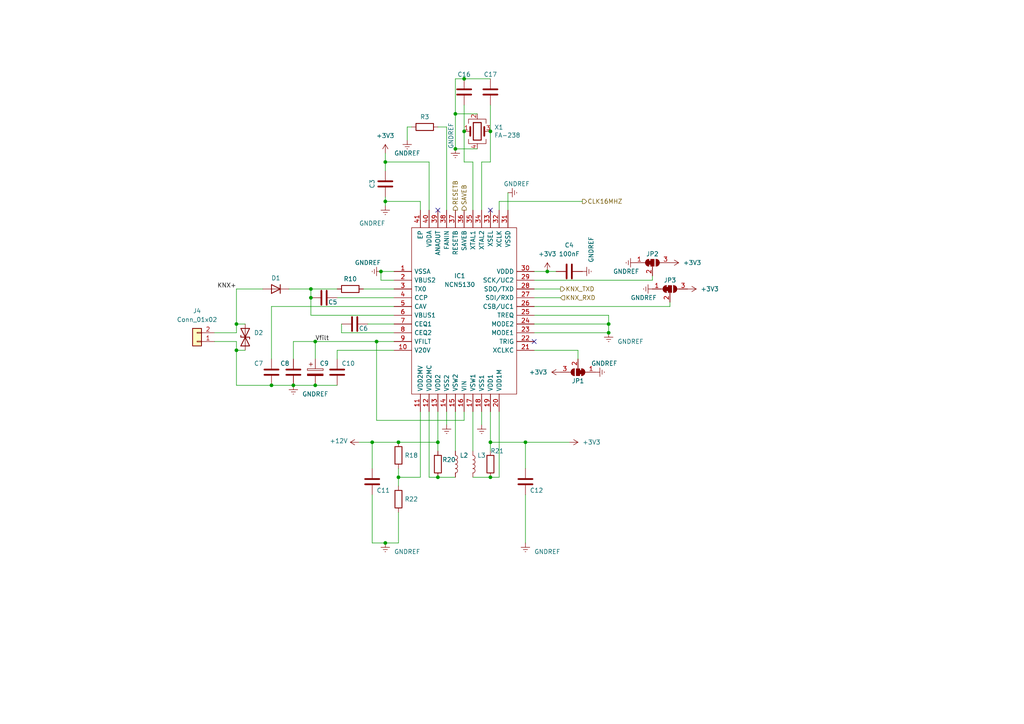
<source format=kicad_sch>
(kicad_sch (version 20211123) (generator eeschema)
  (paper "A4")
  (lib_symbols
    (symbol "Connector_Generic:Conn_01x02" (pin_names (offset 1.016) hide)
      (property "Reference" "J" (at 0 2.54 0))
      (property "Value" "Conn_01x02" (at 0 -5.08 0))
      (symbol "Conn_01x02_1_1"
        (rectangle (start -1.27 -2.413) (end 0 -2.667) (stroke (width 0.1524)))
        (rectangle (start -1.27 0.127) (end 0 -0.127) (stroke (width 0.1524)))
        (rectangle (start -1.27 1.27) (end 1.27 -3.81) (stroke (width 0.254)) (fill (type background)))
        (pin passive line (at -5.08 0 0) (length 3.81) (name "Pin_1") (number "1"))
        (pin passive line (at -5.08 -2.54 0) (length 3.81) (name "Pin_2") (number "2"))
      )
    )
    (symbol "Device:C" (pin_numbers hide) (pin_names (offset 0.254))
      (property "Reference" "C" (at 0.635 2.54 0))
      (property "Value" "C" (at 0.635 -2.54 0))
      (symbol "C_0_1"
        (polyline (pts (xy -2.032 -0.762) (xy 2.032 -0.762)) (stroke (width 0.508)))
        (polyline (pts (xy -2.032 0.762) (xy 2.032 0.762)) (stroke (width 0.508)))
      )
      (symbol "C_1_1"
        (pin passive line (at 0 3.81 270) (length 2.794) (name "~") (number "1"))
        (pin passive line (at 0 -3.81 90) (length 2.794) (name "~") (number "2"))
      )
    )
    (symbol "Device:C_Polarized" (pin_numbers hide) (pin_names (offset 0.254))
      (property "Reference" "C" (at 0.635 2.54 0))
      (property "Value" "C_Polarized" (at 0.635 -2.54 0))
      (symbol "C_Polarized_0_1"
        (rectangle (start -2.286 0.508) (end 2.286 1.016))
        (polyline (pts (xy -1.778 2.286) (xy -0.762 2.286)))
        (polyline (pts (xy -1.27 2.794) (xy -1.27 1.778)))
        (rectangle (start 2.286 -0.508) (end -2.286 -1.016) (fill (type outline)))
      )
      (symbol "C_Polarized_1_1"
        (pin passive line (at 0 3.81 270) (length 2.794) (name "~") (number "1"))
        (pin passive line (at 0 -3.81 90) (length 2.794) (name "~") (number "2"))
      )
    )
    (symbol "Device:Crystal_GND24" (pin_names (offset 1.016) hide)
      (property "Reference" "Y" (at 3.175 5.08 0))
      (property "Value" "Crystal_GND24" (at 3.175 3.175 0))
      (symbol "Crystal_GND24_0_1"
        (rectangle (start -1.143 2.54) (end 1.143 -2.54) (stroke (width 0.3048)))
        (polyline (pts (xy -2.54 0) (xy -2.032 0)))
        (polyline (pts (xy -2.032 -1.27) (xy -2.032 1.27)) (stroke (width 0.508)))
        (polyline (pts (xy 0 -3.81) (xy 0 -3.556)))
        (polyline (pts (xy 0 3.556) (xy 0 3.81)))
        (polyline (pts (xy 2.032 -1.27) (xy 2.032 1.27)) (stroke (width 0.508)))
        (polyline (pts (xy 2.032 0) (xy 2.54 0)))
        (polyline (pts (xy -2.54 -2.286) (xy -2.54 -3.556) (xy 2.54 -3.556) (xy 2.54 -2.286)))
        (polyline (pts (xy -2.54 2.286) (xy -2.54 3.556) (xy 2.54 3.556) (xy 2.54 2.286)))
      )
      (symbol "Crystal_GND24_1_1"
        (pin passive line (at -3.81 0 0) (length 1.27) (name "1") (number "1"))
        (pin passive line (at 0 5.08 270) (length 1.27) (name "2") (number "2"))
        (pin passive line (at 3.81 0 180) (length 1.27) (name "3") (number "3"))
        (pin passive line (at 0 -5.08 90) (length 1.27) (name "4") (number "4"))
      )
    )
    (symbol "Device:D" (pin_numbers hide) (pin_names (offset 1.016) hide)
      (property "Reference" "D" (at 0 2.54 0))
      (property "Value" "D" (at 0 -2.54 0))
      (symbol "D_0_1"
        (polyline (pts (xy -1.27 1.27) (xy -1.27 -1.27)) (stroke (width 0.254)))
        (polyline (pts (xy 1.27 0) (xy -1.27 0)))
        (polyline (pts (xy 1.27 1.27) (xy 1.27 -1.27) (xy -1.27 0) (xy 1.27 1.27)) (stroke (width 0.254)))
      )
      (symbol "D_1_1"
        (pin passive line (at -3.81 0 0) (length 2.54) (name "K") (number "1"))
        (pin passive line (at 3.81 0 180) (length 2.54) (name "A") (number "2"))
      )
    )
    (symbol "Device:D_TVS" (pin_numbers hide) (pin_names (offset 1.016) hide)
      (property "Reference" "D" (at 0 2.54 0))
      (property "Value" "D_TVS" (at 0 -2.54 0))
      (symbol "D_TVS_0_1"
        (polyline (pts (xy 1.27 0) (xy -1.27 0)))
        (polyline (pts (xy 0.508 1.27) (xy 0 1.27) (xy 0 -1.27) (xy -0.508 -1.27)) (stroke (width 0.254)))
        (polyline (pts (xy -2.54 1.27) (xy -2.54 -1.27) (xy 2.54 1.27) (xy 2.54 -1.27) (xy -2.54 1.27)) (stroke (width 0.254)))
      )
      (symbol "D_TVS_1_1"
        (pin passive line (at -3.81 0 0) (length 2.54) (name "A1") (number "1"))
        (pin passive line (at 3.81 0 180) (length 2.54) (name "A2") (number "2"))
      )
    )
    (symbol "Device:L" (pin_numbers hide) (pin_names (offset 1.016) hide)
      (property "Reference" "L" (at -1.27 0 90))
      (property "Value" "L" (at 1.905 0 90))
      (symbol "L_0_1"
        (arc (start 0 -2.54) (mid 0.635 -1.905) (end 0 -1.27))
        (arc (start 0 -1.27) (mid 0.635 -0.635) (end 0 0))
        (arc (start 0 0) (mid 0.635 0.635) (end 0 1.27))
        (arc (start 0 1.27) (mid 0.635 1.905) (end 0 2.54))
      )
      (symbol "L_1_1"
        (pin passive line (at 0 3.81 270) (length 1.27) (name "1") (number "1"))
        (pin passive line (at 0 -3.81 90) (length 1.27) (name "2") (number "2"))
      )
    )
    (symbol "Device:R" (pin_numbers hide) (pin_names (offset 0))
      (property "Reference" "R" (at 2.032 0 90))
      (property "Value" "R" (at 0 0 90))
      (symbol "R_0_1"
        (rectangle (start -1.016 -2.54) (end 1.016 2.54) (stroke (width 0.254)))
      )
      (symbol "R_1_1"
        (pin passive line (at 0 3.81 270) (length 1.27) (name "~") (number "1"))
        (pin passive line (at 0 -3.81 90) (length 1.27) (name "~") (number "2"))
      )
    )
    (symbol "Jumper:SolderJumper_3_Bridged12" (pin_names (offset 0) hide)
      (property "Reference" "JP" (at -2.54 -2.54 0))
      (property "Value" "SolderJumper_3_Bridged12" (at 0 2.794 0))
      (symbol "SolderJumper_3_Bridged12_0_1"
        (rectangle (start -1.016 0.508) (end -0.508 -0.508) (fill (type outline)))
        (arc (start -1.016 1.016) (mid -2.032 0) (end -1.016 -1.016))
        (arc (start -1.016 1.016) (mid -2.032 0) (end -1.016 -1.016) (fill (type outline)))
        (rectangle (start -0.508 1.016) (end 0.508 -1.016) (fill (type outline)))
        (polyline (pts (xy -2.54 0) (xy -2.032 0)))
        (polyline (pts (xy -1.016 1.016) (xy -1.016 -1.016)))
        (polyline (pts (xy 0 -1.27) (xy 0 -1.016)))
        (polyline (pts (xy 1.016 1.016) (xy 1.016 -1.016)))
        (polyline (pts (xy 2.54 0) (xy 2.032 0)))
        (arc (start 1.016 -1.016) (mid 2.032 0) (end 1.016 1.016))
        (arc (start 1.016 -1.016) (mid 2.032 0) (end 1.016 1.016) (fill (type outline)))
      )
      (symbol "SolderJumper_3_Bridged12_1_1"
        (pin passive line (at -5.08 0 0) (length 2.54) (name "A") (number "1"))
        (pin passive line (at 0 -3.81 90) (length 2.54) (name "C") (number "2"))
        (pin passive line (at 5.08 0 180) (length 2.54) (name "B") (number "3"))
      )
    )
    (symbol "NCN5130:NCN5130" (pin_names (offset 0.762))
      (property "Reference" "IC" (at 36.83 17.78 0))
      (property "Value" "NCN5130" (at 36.83 15.24 0))
      (symbol "NCN5130_0_0"
        (pin passive line (at 0 0 0) (length 5.08) (name "VSSA") (number "1"))
        (pin passive line (at 0 -22.86 0) (length 5.08) (name "V20V") (number "10"))
        (pin passive line (at 7.62 -40.64 90) (length 5.08) (name "VDD2MV") (number "11"))
        (pin passive line (at 10.16 -40.64 90) (length 5.08) (name "VDD2MC") (number "12"))
        (pin passive line (at 12.7 -40.64 90) (length 5.08) (name "VDD2") (number "13"))
        (pin passive line (at 15.24 -40.64 90) (length 5.08) (name "VSS2") (number "14"))
        (pin passive line (at 17.78 -40.64 90) (length 5.08) (name "VSW2") (number "15"))
        (pin passive line (at 20.32 -40.64 90) (length 5.08) (name "VIN") (number "16"))
        (pin passive line (at 22.86 -40.64 90) (length 5.08) (name "VSW1") (number "17"))
        (pin passive line (at 25.4 -40.64 90) (length 5.08) (name "VSS1") (number "18"))
        (pin passive line (at 27.94 -40.64 90) (length 5.08) (name "VDD1") (number "19"))
        (pin passive line (at 0 -2.54 0) (length 5.08) (name "VBUS2") (number "2"))
        (pin passive line (at 30.48 -40.64 90) (length 5.08) (name "VDD1M") (number "20"))
        (pin passive line (at 40.64 -22.86 180) (length 5.08) (name "XCLKC") (number "21"))
        (pin passive line (at 40.64 -20.32 180) (length 5.08) (name "TRIG") (number "22"))
        (pin passive line (at 40.64 -17.78 180) (length 5.08) (name "MODE1") (number "23"))
        (pin passive line (at 40.64 -15.24 180) (length 5.08) (name "MODE2") (number "24"))
        (pin passive line (at 40.64 -12.7 180) (length 5.08) (name "TREQ") (number "25"))
        (pin passive line (at 40.64 -10.16 180) (length 5.08) (name "CSB/UC1") (number "26"))
        (pin passive line (at 40.64 -7.62 180) (length 5.08) (name "SDI/RXD") (number "27"))
        (pin passive line (at 40.64 -5.08 180) (length 5.08) (name "SDO/TXD") (number "28"))
        (pin passive line (at 40.64 -2.54 180) (length 5.08) (name "SCK/UC2") (number "29"))
        (pin passive line (at 0 -5.08 0) (length 5.08) (name "TX0") (number "3"))
        (pin passive line (at 40.64 0 180) (length 5.08) (name "VDDD") (number "30"))
        (pin passive line (at 33.02 17.78 270) (length 5.08) (name "VSSD") (number "31"))
        (pin passive line (at 30.48 17.78 270) (length 5.08) (name "XCLK") (number "32"))
        (pin passive line (at 27.94 17.78 270) (length 5.08) (name "XSEL") (number "33"))
        (pin passive line (at 25.4 17.78 270) (length 5.08) (name "XTAL2") (number "34"))
        (pin passive line (at 22.86 17.78 270) (length 5.08) (name "XTAL1") (number "35"))
        (pin passive line (at 20.32 17.78 270) (length 5.08) (name "SAVEB") (number "36"))
        (pin passive line (at 17.78 17.78 270) (length 5.08) (name "RESETB") (number "37"))
        (pin passive line (at 15.24 17.78 270) (length 5.08) (name "FANIN") (number "38"))
        (pin passive line (at 12.7 17.78 270) (length 5.08) (name "ANAOUT") (number "39"))
        (pin passive line (at 0 -7.62 0) (length 5.08) (name "CCP") (number "4"))
        (pin passive line (at 10.16 17.78 270) (length 5.08) (name "VDDA") (number "40"))
        (pin passive line (at 7.62 17.78 270) (length 5.08) (name "EP") (number "41"))
        (pin passive line (at 0 -10.16 0) (length 5.08) (name "CAV") (number "5"))
        (pin passive line (at 0 -12.7 0) (length 5.08) (name "VBUS1") (number "6"))
        (pin passive line (at 0 -15.24 0) (length 5.08) (name "CEQ1") (number "7"))
        (pin passive line (at 0 -17.78 0) (length 5.08) (name "CEQ2") (number "8"))
        (pin passive line (at 0 -20.32 0) (length 5.08) (name "VFILT") (number "9"))
      )
      (symbol "NCN5130_0_1"
        (polyline (pts (xy 5.08 12.7) (xy 35.56 12.7) (xy 35.56 -35.56) (xy 5.08 -35.56) (xy 5.08 12.7)) (stroke (width 0.1524)))
      )
    )
    (symbol "power:+12V" (power) (pin_names (offset 0))
      (property "Value" "+12V" (at 0 3.556 0))
      (symbol "+12V_0_1"
        (polyline (pts (xy -0.762 1.27) (xy 0 2.54)))
        (polyline (pts (xy 0 0) (xy 0 2.54)))
        (polyline (pts (xy 0 2.54) (xy 0.762 1.27)))
      )
      (symbol "+12V_1_1"
        (pin power_in line (at 0 0 90) (length 0) hide (name "+12V") (number "1"))
      )
    )
    (symbol "power:+3V3" (power) (pin_names (offset 0))
      (property "Value" "+3V3" (at 0 3.556 0))
      (symbol "+3V3_0_1"
        (polyline (pts (xy -0.762 1.27) (xy 0 2.54)))
        (polyline (pts (xy 0 0) (xy 0 2.54)))
        (polyline (pts (xy 0 2.54) (xy 0.762 1.27)))
      )
      (symbol "+3V3_1_1"
        (pin power_in line (at 0 0 90) (length 0) hide (name "+3V3") (number "1"))
      )
    )
    (symbol "power:GNDREF" (power) (pin_names (offset 0))
      (property "Value" "GNDREF" (at 0 -3.81 0))
      (symbol "GNDREF_0_1"
        (polyline (pts (xy -0.635 -1.905) (xy 0.635 -1.905)))
        (polyline (pts (xy -0.127 -2.54) (xy 0.127 -2.54)))
        (polyline (pts (xy 0 -1.27) (xy 0 0)))
        (polyline (pts (xy 1.27 -1.27) (xy -1.27 -1.27)))
      )
      (symbol "GNDREF_1_1"
        (pin power_in line (at 0 0 270) (length 0) hide (name "GNDREF") (number "1"))
      )
    )
  )
  (junction (at 107.95 128.27))
  (junction (at 132.08 43.18))
  (junction (at 134.62 22.86))
  (junction (at 111.76 58.42))
  (junction (at 91.44 111.76))
  (junction (at 132.08 33.02))
  (junction (at 127 138.43))
  (junction (at 176.53 93.98))
  (junction (at 90.17 86.36))
  (junction (at 142.24 128.27))
  (junction (at 158.75 78.74))
  (junction (at 110.49 78.74))
  (junction (at 111.76 46.99))
  (junction (at 127 128.27))
  (junction (at 68.58 93.98))
  (junction (at 115.57 128.27))
  (junction (at 152.4 128.27))
  (junction (at 78.74 111.76))
  (junction (at 134.62 38.1))
  (junction (at 85.09 111.76))
  (junction (at 90.17 83.82))
  (junction (at 142.24 38.1))
  (junction (at 142.24 138.43))
  (junction (at 115.57 138.43))
  (junction (at 111.76 157.48))
  (junction (at 68.58 101.6))
  (junction (at 91.44 99.06))
  (junction (at 176.53 96.52))
  (junction (at 109.22 99.06))
  (no_connect (at 142.24 60.96))
  (no_connect (at 154.94 99.06))
  (no_connect (at 127 60.96))
  (wire (pts (xy 121.92 119.38) (xy 121.92 138.43)))
  (wire (pts (xy 115.57 140.97) (xy 115.57 138.43)))
  (wire (pts (xy 62.23 99.06) (xy 68.58 99.06)))
  (wire (pts (xy 111.76 46.99) (xy 124.46 46.99)))
  (wire (pts (xy 114.3 83.82) (xy 105.41 83.82)))
  (wire (pts (xy 68.58 96.52) (xy 68.58 93.98)))
  (wire (pts (xy 154.94 93.98) (xy 176.53 93.98)))
  (wire (pts (xy 78.74 88.9) (xy 114.3 88.9)))
  (wire (pts (xy 137.16 119.38) (xy 137.16 130.81)))
  (wire (pts (xy 107.95 135.89) (xy 107.95 128.27)))
  (wire (pts (xy 154.94 91.44) (xy 176.53 91.44)))
  (wire (pts (xy 154.94 78.74) (xy 158.75 78.74)))
  (wire (pts (xy 154.94 88.9) (xy 194.31 88.9)))
  (wire (pts (xy 154.94 83.82) (xy 162.56 83.82)))
  (wire (pts (xy 114.3 96.52) (xy 99.06 96.52)))
  (wire (pts (xy 111.76 59.69) (xy 111.76 58.42)))
  (wire (pts (xy 142.24 119.38) (xy 142.24 128.27)))
  (wire (pts (xy 142.24 138.43) (xy 144.78 138.43)))
  (wire (pts (xy 115.57 128.27) (xy 127 128.27)))
  (wire (pts (xy 68.58 99.06) (xy 68.58 101.6)))
  (wire (pts (xy 158.75 78.74) (xy 161.29 78.74)))
  (wire (pts (xy 132.08 33.02) (xy 138.43 33.02)))
  (wire (pts (xy 121.92 60.96) (xy 121.92 58.42)))
  (wire (pts (xy 154.94 81.28) (xy 189.23 81.28)))
  (wire (pts (xy 71.12 93.98) (xy 68.58 93.98)))
  (wire (pts (xy 137.16 46.99) (xy 137.16 60.96)))
  (wire (pts (xy 167.64 101.6) (xy 167.64 104.14)))
  (wire (pts (xy 144.78 58.42) (xy 168.91 58.42)))
  (wire (pts (xy 118.11 36.83) (xy 118.11 40.64)))
  (wire (pts (xy 68.58 101.6) (xy 68.58 111.76)))
  (wire (pts (xy 129.54 36.83) (xy 127 36.83)))
  (wire (pts (xy 115.57 138.43) (xy 121.92 138.43)))
  (wire (pts (xy 127 128.27) (xy 127 119.38)))
  (wire (pts (xy 124.46 46.99) (xy 124.46 60.96)))
  (wire (pts (xy 111.76 157.48) (xy 115.57 157.48)))
  (wire (pts (xy 176.53 93.98) (xy 176.53 96.52)))
  (wire (pts (xy 134.62 119.38) (xy 134.62 121.92)))
  (wire (pts (xy 85.09 99.06) (xy 85.09 104.14)))
  (wire (pts (xy 91.44 99.06) (xy 91.44 104.14)))
  (wire (pts (xy 85.09 111.76) (xy 91.44 111.76)))
  (wire (pts (xy 97.79 101.6) (xy 97.79 104.14)))
  (wire (pts (xy 91.44 99.06) (xy 109.22 99.06)))
  (wire (pts (xy 129.54 60.96) (xy 129.54 36.83)))
  (wire (pts (xy 109.22 121.92) (xy 134.62 121.92)))
  (wire (pts (xy 142.24 128.27) (xy 142.24 130.81)))
  (wire (pts (xy 114.3 91.44) (xy 90.17 91.44)))
  (wire (pts (xy 137.16 46.99) (xy 134.62 46.99)))
  (wire (pts (xy 111.76 49.53) (xy 111.76 46.99)))
  (wire (pts (xy 124.46 138.43) (xy 127 138.43)))
  (wire (pts (xy 111.76 46.99) (xy 111.76 44.45)))
  (wire (pts (xy 110.49 81.28) (xy 110.49 78.74)))
  (wire (pts (xy 139.7 46.99) (xy 139.7 60.96)))
  (wire (pts (xy 134.62 30.48) (xy 134.62 38.1)))
  (wire (pts (xy 68.58 111.76) (xy 78.74 111.76)))
  (wire (pts (xy 154.94 86.36) (xy 162.56 86.36)))
  (wire (pts (xy 154.94 96.52) (xy 176.53 96.52)))
  (wire (pts (xy 134.62 46.99) (xy 134.62 38.1)))
  (wire (pts (xy 139.7 46.99) (xy 142.24 46.99)))
  (wire (pts (xy 99.06 96.52) (xy 99.06 93.98)))
  (wire (pts (xy 144.78 60.96) (xy 144.78 58.42)))
  (wire (pts (xy 142.24 30.48) (xy 142.24 38.1)))
  (wire (pts (xy 68.58 83.82) (xy 76.2 83.82)))
  (wire (pts (xy 142.24 128.27) (xy 152.4 128.27)))
  (wire (pts (xy 78.74 104.14) (xy 78.74 88.9)))
  (wire (pts (xy 104.14 128.27) (xy 107.95 128.27)))
  (wire (pts (xy 114.3 81.28) (xy 110.49 81.28)))
  (wire (pts (xy 107.95 157.48) (xy 111.76 157.48)))
  (wire (pts (xy 176.53 91.44) (xy 176.53 93.98)))
  (wire (pts (xy 83.82 83.82) (xy 90.17 83.82)))
  (wire (pts (xy 68.58 101.6) (xy 71.12 101.6)))
  (wire (pts (xy 154.94 101.6) (xy 167.64 101.6)))
  (wire (pts (xy 142.24 22.86) (xy 134.62 22.86)))
  (wire (pts (xy 127 130.81) (xy 127 128.27)))
  (wire (pts (xy 152.4 143.51) (xy 152.4 157.48)))
  (wire (pts (xy 129.54 123.19) (xy 129.54 119.38)))
  (wire (pts (xy 124.46 119.38) (xy 124.46 138.43)))
  (wire (pts (xy 147.32 55.88) (xy 147.32 60.96)))
  (wire (pts (xy 144.78 138.43) (xy 144.78 119.38)))
  (wire (pts (xy 134.62 22.86) (xy 132.08 22.86)))
  (wire (pts (xy 115.57 138.43) (xy 115.57 135.89)))
  (wire (pts (xy 78.74 111.76) (xy 85.09 111.76)))
  (wire (pts (xy 132.08 22.86) (xy 132.08 33.02)))
  (wire (pts (xy 152.4 135.89) (xy 152.4 128.27)))
  (wire (pts (xy 194.31 88.9) (xy 194.31 87.63)))
  (wire (pts (xy 132.08 119.38) (xy 132.08 130.81)))
  (wire (pts (xy 142.24 46.99) (xy 142.24 38.1)))
  (wire (pts (xy 97.79 101.6) (xy 114.3 101.6)))
  (wire (pts (xy 132.08 138.43) (xy 127 138.43)))
  (wire (pts (xy 189.23 81.28) (xy 189.23 80.01)))
  (wire (pts (xy 90.17 83.82) (xy 97.79 83.82)))
  (wire (pts (xy 114.3 86.36) (xy 97.79 86.36)))
  (wire (pts (xy 115.57 128.27) (xy 107.95 128.27)))
  (wire (pts (xy 152.4 128.27) (xy 165.1 128.27)))
  (wire (pts (xy 115.57 148.59) (xy 115.57 157.48)))
  (wire (pts (xy 109.22 99.06) (xy 114.3 99.06)))
  (wire (pts (xy 132.08 43.18) (xy 132.08 33.02)))
  (wire (pts (xy 91.44 99.06) (xy 85.09 99.06)))
  (wire (pts (xy 107.95 143.51) (xy 107.95 157.48)))
  (wire (pts (xy 106.68 93.98) (xy 114.3 93.98)))
  (wire (pts (xy 137.16 138.43) (xy 142.24 138.43)))
  (wire (pts (xy 111.76 58.42) (xy 111.76 57.15)))
  (wire (pts (xy 138.43 43.18) (xy 132.08 43.18)))
  (wire (pts (xy 118.11 36.83) (xy 119.38 36.83)))
  (wire (pts (xy 62.23 96.52) (xy 68.58 96.52)))
  (wire (pts (xy 139.7 123.19) (xy 139.7 119.38)))
  (wire (pts (xy 68.58 93.98) (xy 68.58 83.82)))
  (wire (pts (xy 121.92 58.42) (xy 111.76 58.42)))
  (wire (pts (xy 109.22 99.06) (xy 109.22 121.92)))
  (wire (pts (xy 110.49 78.74) (xy 114.3 78.74)))
  (wire (pts (xy 91.44 111.76) (xy 97.79 111.76)))
  (wire (pts (xy 90.17 86.36) (xy 90.17 83.82)))
  (wire (pts (xy 90.17 91.44) (xy 90.17 86.36)))
  (label "KNX+" (at 68.58 83.82 180))
  (label "Vfilt" (at 91.44 99.06 0))
  (hierarchical_label "RESETB" (shape output) (at 132.08 60.96 90))
  (hierarchical_label "CLK16MHZ" (shape output) (at 168.91 58.42 0))
  (hierarchical_label "SAVEB" (shape output) (at 134.62 60.96 90))
  (hierarchical_label "KNX_RXD" (shape input) (at 162.56 86.36 0))
  (hierarchical_label "KNX_TXD" (shape output) (at 162.56 83.82 0))
  (symbol (lib_id "Jumper:SolderJumper_3_Bridged12") (at 167.64 107.95 180) (unit 1)
    (property "Reference" "JP1" (at 167.64 110.49 0))
    (property "Value" "Clock_8_16" (effects hide))
    (property "Footprint" "Jumper:SolderJumper-3_P1.3mm_Open_RoundedPad1.0x1.5mm" (effects hide))
  )
  (symbol (lib_id "Device:R") (at 123.19 36.83 270) (unit 1)
    (property "Reference" "R3" (at 123.19 33.909 90))
    (property "Value" "NOTMOUNT" (effects hide))
    (property "Footprint" "Resistor_SMD:R_0603_1608Metric" (effects hide))
  )
  (symbol (lib_id "Device:C") (at 93.98 86.36 270) (unit 1)
    (property "Reference" "C5" (at 96.52 87.63 90))
    (property "Value" "47nF 50V" (effects hide))
    (property "Footprint" "Capacitor_SMD:C_0603_1608Metric_Pad1.08x0.95mm_HandSolder" (effects hide))
    (property "Datasheet" "https://www.mouser.fr/ProductDetail/Samsung-Electro-Mechanics/CL10B473KB8NNND?qs=sGAEpiMZZMvsSlwiRhF8qlxW52pIu5FNnJM8feowB3A%3D" (effects hide))
    (property "Price" "0.021" (effects hide))
    (property "MPN" "CL10B473KB8NNND " (effects hide))
  )
  (symbol (lib_id "power:+3V3") (at 199.39 83.82 270) (unit 1)
    (property "Reference" "#PWR0143" (effects hide))
    (property "Value" "+3V3" (at 203.2 83.8199 90) (effects (justify left)))
  )
  (symbol (lib_id "Jumper:SolderJumper_3_Bridged12") (at 194.31 83.82 0) (unit 1)
    (property "Reference" "JP3" (at 194.31 81.28 0))
    (property "Value" "Speed" (effects hide))
    (property "Footprint" "Jumper:SolderJumper-3_P1.3mm_Open_RoundedPad1.0x1.5mm" (effects hide))
  )
  (symbol (lib_id "Device:Crystal_GND24") (at 138.43 38.1 0) (unit 1)
    (property "Reference" "X1" (at 143.3576 36.9316 0) (effects (justify left)))
    (property "Value" "FA-238" (at 143.3576 39.243 0) (effects (justify left)))
    (property "Footprint" "Crystal:Crystal_SMD_SeikoEpson_FA238-4Pin_3.2x2.5mm" (effects hide))
    (property "Datasheet" "https://www.mouser.fr/ProductDetail/Epson-Timing/FA-238-160000MB-K3?qs=CANAagUtPAoF3w0fRAI0xg%3D%3D" (effects hide))
    (property "Price" "0.464" (effects hide))
    (property "MPN" "FA-238 16.0000MB-K3" (effects hide))
  )
  (symbol (lib_id "power:GNDREF") (at 111.76 59.69 0) (unit 1)
    (property "Reference" "#PWR0127" (effects hide))
    (property "Value" "GNDREF" (at 107.95 64.77 0))
  )
  (symbol (lib_id "power:GNDREF") (at 129.54 123.19 0) (unit 1)
    (property "Reference" "#PWR0122" (effects hide))
    (property "Value" "GNDREF" (effects hide))
  )
  (symbol (lib_id "power:GNDREF") (at 189.23 83.82 270) (unit 1)
    (property "Reference" "#PWR0144" (effects hide))
    (property "Value" "GNDREF" (at 186.69 86.36 90))
  )
  (symbol (lib_id "Device:C") (at 134.62 26.67 0) (unit 1)
    (property "Reference" "C16" (at 134.62 21.59 0))
    (property "Value" "10pF 6.3V" (effects hide))
    (property "Footprint" "Capacitor_SMD:C_0603_1608Metric_Pad1.08x0.95mm_HandSolder" (effects hide))
    (property "Datasheet" "https://www.mouser.fr/ProductDetail/Samsung-Electro-Mechanics/CL10C100DB81PNC?qs=sGAEpiMZZMvsSlwiRhF8qtsGU%2FCnaNeQ%252BDo2JdVgb2ygiVq9388VOw%3D%3D" (effects hide))
    (property "Price" "0.032" (effects hide))
    (property "MPN" "CL10C100DB81PNC" (effects hide))
  )
  (symbol (lib_id "power:GNDREF") (at 132.08 43.18 0) (unit 1)
    (property "Reference" "#PWR0117" (effects hide))
    (property "Value" "GNDREF" (at 130.81 39.37 90))
  )
  (symbol (lib_id "Device:C") (at 78.74 107.95 0) (unit 1)
    (property "Reference" "C7" (at 73.66 105.41 0) (effects (justify left)))
    (property "Value" "100nF 50V" (effects hide))
    (property "Footprint" "Capacitor_SMD:C_0603_1608Metric_Pad1.08x0.95mm_HandSolder" (effects hide))
    (property "Datasheet" "https://www.mouser.fr/ProductDetail/Samsung-Electro-Mechanics/CL10B104KB8NFNC?qs=sGAEpiMZZMvsSlwiRhF8qunkWFWGyo%252Bv1GZw38BXXfVnkeSfSD0rvg%3D%3D" (effects hide))
    (property "Price" "0.014" (effects hide))
    (property "MPN" "CL10B104KB8NFNC " (effects hide))
  )
  (symbol (lib_id "power:+3V3") (at 194.31 76.2 270) (unit 1)
    (property "Reference" "#PWR0142" (effects hide))
    (property "Value" "+3V3" (at 198.12 76.1999 90) (effects (justify left)))
  )
  (symbol (lib_id "Device:C") (at 107.95 139.7 0) (unit 1)
    (property "Reference" "C11" (at 109.22 142.24 0) (effects (justify left)))
    (property "Value" "10uF 6.3V ESR < 0.1ohm" (effects hide))
    (property "Footprint" "Capacitor_SMD:C_0805_2012Metric_Pad1.18x1.45mm_HandSolder" (effects hide))
    (property "Datasheet" "https://www.mouser.fr/ProductDetail/Samsung-Electro-Mechanics/CL21A106KOQNNNG?qs=sGAEpiMZZMvsSlwiRhF8qiamir66WTSkBRoD9MoKPnM%3D" (effects hide))
    (property "Price" "0.039" (effects hide))
    (property "MPN" "CL21A106KOQNNNG " (effects hide))
  )
  (symbol (lib_id "Device:C") (at 165.1 78.74 90) (unit 1)
    (property "Reference" "C4" (at 165.1 71.12 90))
    (property "Value" "100nF" (at 165.1 73.66 90))
    (property "Footprint" "Capacitor_SMD:C_0603_1608Metric_Pad1.08x0.95mm_HandSolder" (effects hide))
  )
  (symbol (lib_id "power:+12V") (at 104.14 128.27 90) (unit 1)
    (property "Reference" "#PWR0125" (effects hide))
    (property "Value" "+12V" (at 100.8888 127.889 90) (effects (justify left)))
  )
  (symbol (lib_id "power:GNDREF") (at 176.53 96.52 0) (unit 1)
    (property "Reference" "#PWR0133" (effects hide))
    (property "Value" "GNDREF" (at 182.88 99.06 0))
  )
  (symbol (lib_id "power:GNDREF") (at 168.91 78.74 90) (unit 1)
    (property "Reference" "#PWR0124" (effects hide))
    (property "Value" "GNDREF" (at 171.45 72.39 0))
  )
  (symbol (lib_id "power:+3V3") (at 111.76 44.45 0) (unit 1)
    (property "Reference" "#PWR0132" (effects hide))
    (property "Value" "+3V3" (at 111.76 39.37 0))
  )
  (symbol (lib_id "Device:C") (at 152.4 139.7 0) (unit 1)
    (property "Reference" "C12" (at 153.67 142.24 0) (effects (justify left)))
    (property "Value" "10uF 6.3V ESR < 0.1ohm" (effects hide))
    (property "Footprint" "Capacitor_SMD:C_0805_2012Metric_Pad1.18x1.45mm_HandSolder" (effects hide))
    (property "Datasheet" "https://www.mouser.fr/ProductDetail/Samsung-Electro-Mechanics/CL21A106KOQNNNG?qs=sGAEpiMZZMvsSlwiRhF8qiamir66WTSkBRoD9MoKPnM%3D" (effects hide))
    (property "Price" "0.039" (effects hide))
    (property "MPN" "CL21A106KOQNNNG " (effects hide))
  )
  (symbol (lib_id "Device:R") (at 127 134.62 180) (unit 1)
    (property "Reference" "R20" (at 128.27 133.35 0) (effects (justify right)))
    (property "Value" "1R 1/16W" (effects hide))
    (property "Footprint" "Resistor_SMD:R_0603_1608Metric" (effects hide))
    (property "Datasheet" "https://www.mouser.fr/ProductDetail/ROHM-Semiconductor/SFR03EZPJ1R0?qs=Mv7BduZupUhg%2FozxqD6EfA%3D%3D" (effects hide))
    (property "Price" "0.008" (effects hide))
    (property "MPN" "SFR03EZPJ1R0" (effects hide))
  )
  (symbol (lib_id "Device:C") (at 97.79 107.95 0) (unit 1)
    (property "Reference" "C10" (at 99.06 105.41 0) (effects (justify left)))
    (property "Value" "1uF 50V ESR < 2ohm" (effects hide))
    (property "Footprint" "Capacitor_SMD:C_0603_1608Metric_Pad1.08x0.95mm_HandSolder" (effects hide))
    (property "Datasheet" "https://www.mouser.fr/ProductDetail/Samsung-Electro-Mechanics/CL10A105KL8NNNC?qs=sGAEpiMZZMvsSlwiRhF8qtsBU8Zhqm2RLIDZDghI9lGzj%2FYVDbgmuQ%3D%3D" (effects hide))
    (property "Price" "0.102" (effects hide))
    (property "MPN" "CL10A105KL8NNNC " (effects hide))
  )
  (symbol (lib_id "power:+3V3") (at 162.56 107.95 90) (unit 1)
    (property "Reference" "#PWR0141" (effects hide))
    (property "Value" "+3V3" (at 158.75 107.9501 90) (effects (justify left)))
  )
  (symbol (lib_id "Device:R") (at 142.24 134.62 180) (unit 1)
    (property "Reference" "R21" (at 142.24 130.81 0) (effects (justify right)))
    (property "Value" "1R 1/16W" (effects hide))
    (property "Footprint" "Resistor_SMD:R_0603_1608Metric" (effects hide))
    (property "Datasheet" "https://www.mouser.fr/ProductDetail/ROHM-Semiconductor/SFR03EZPJ1R0?qs=Mv7BduZupUhg%2FozxqD6EfA%3D%3D" (effects hide))
    (property "Price" "0.008" (effects hide))
    (property "MPN" "SFR03EZPJ1R0" (effects hide))
  )
  (symbol (lib_id "Device:C") (at 111.76 53.34 180) (unit 1)
    (property "Reference" "C3" (at 107.95 53.34 90))
    (property "Value" "100nF 6.3V" (effects hide))
    (property "Footprint" "Capacitor_SMD:C_0603_1608Metric_Pad1.08x0.95mm_HandSolder" (effects hide))
    (property "Datasheet" "https://www.mouser.fr/ProductDetail/Samsung-Electro-Mechanics/CL10B104KA8NNWC?qs=sGAEpiMZZMvsSlwiRhF8qvCY8MbTG5UFsLNcvFy0oSw%3D" (effects hide))
    (property "Price" "0.026" (effects hide))
    (property "MPN" "CL10B104KA8NNWC " (effects hide))
  )
  (symbol (lib_id "Device:R") (at 115.57 132.08 180) (unit 1)
    (property "Reference" "R18" (at 117.348 132.08 0) (effects (justify right)))
    (property "Value" "56K 1/16w" (effects hide))
    (property "Footprint" "Resistor_SMD:R_0603_1608Metric" (effects hide))
    (property "Datasheet" "https://www.mouser.fr/ProductDetail/YAGEO/RT0603DRE0756KL?qs=4CyHz7GXqSjwr563n0hfGQ%3D%3D" (effects hide))
    (property "Price" "0.078" (effects hide))
    (property "MPN" "RT0603DRE0756KL " (effects hide))
  )
  (symbol (lib_id "power:GNDREF") (at 172.72 107.95 90) (unit 1)
    (property "Reference" "#PWR0139" (effects hide))
    (property "Value" "GNDREF" (at 175.26 105.41 90))
  )
  (symbol (lib_id "Connector_Generic:Conn_01x02") (at 57.15 99.06 180) (unit 1)
    (property "Reference" "J4" (at 57.15 90.17 0))
    (property "Value" "Conn_01x02" (at 57.15 92.71 0))
    (property "Footprint" "KnxBoard:KNX_Connector" (effects hide))
  )
  (symbol (lib_id "Jumper:SolderJumper_3_Bridged12") (at 189.23 76.2 0) (unit 1)
    (property "Reference" "JP2" (at 189.23 73.66 0))
    (property "Value" "Parity" (effects hide))
    (property "Footprint" "Jumper:SolderJumper-3_P1.3mm_Open_RoundedPad1.0x1.5mm" (effects hide))
  )
  (symbol (lib_id "power:GNDREF") (at 85.09 111.76 0) (unit 1)
    (property "Reference" "#PWR0126" (effects hide))
    (property "Value" "GNDREF" (at 91.44 114.3 0))
  )
  (symbol (lib_id "power:GNDREF") (at 111.76 157.48 0) (unit 1)
    (property "Reference" "#PWR0123" (effects hide))
    (property "Value" "GNDREF" (at 118.11 160.02 0))
  )
  (symbol (lib_id "Device:D") (at 80.01 83.82 180) (unit 1)
    (property "Reference" "D1" (at 80.01 80.645 0))
    (property "Value" "SS16T3G" (effects hide))
    (property "Footprint" "Diode_SMD:D_SMA" (effects hide))
    (property "Datasheet" "https://www.mouser.fr/ProductDetail/onsemi/SS16T3G?qs=xZq1yRCsb1c8788h1nFazA%3D%3D" (effects hide))
    (property "Price" "0.292" (effects hide))
    (property "MPN" "SS16T3G " (effects hide))
  )
  (symbol (lib_id "Device:L") (at 137.16 134.62 0) (unit 1)
    (property "Reference" "L3" (at 138.43 132.08 0) (effects (justify left)))
    (property "Value" "220uH" (effects hide))
    (property "Footprint" "Inductor_SMD:L_1008_2520Metric" (effects hide))
    (property "Datasheet" "https://www.mouser.fr/ProductDetail/Taiyo-Yuden/LB2518T221M?qs=I6KAKw0tg2yY77OJYA9jag%3D%3D" (effects hide))
    (property "Price" "0.109" (effects hide))
    (property "MPN" "LB2518T221M " (effects hide))
  )
  (symbol (lib_id "power:GNDREF") (at 139.7 123.19 0) (unit 1)
    (property "Reference" "#PWR0118" (effects hide))
    (property "Value" "GNDREF" (effects hide))
  )
  (symbol (lib_id "Device:C") (at 142.24 26.67 0) (unit 1)
    (property "Reference" "C17" (at 142.24 21.59 0))
    (property "Value" "10pF 6.3V" (effects hide))
    (property "Footprint" "Capacitor_SMD:C_0603_1608Metric_Pad1.08x0.95mm_HandSolder" (effects hide))
    (property "Datasheet" "https://www.mouser.fr/ProductDetail/Samsung-Electro-Mechanics/CL10C100DB81PNC?qs=sGAEpiMZZMvsSlwiRhF8qtsGU%2FCnaNeQ%252BDo2JdVgb2ygiVq9388VOw%3D%3D" (effects hide))
    (property "Price" "0.032" (effects hide))
    (property "MPN" "CL10C100DB81PNC" (effects hide))
  )
  (symbol (lib_id "power:+3V3") (at 158.75 78.74 0) (unit 1)
    (property "Reference" "#PWR0121" (effects hide))
    (property "Value" "+3V3" (at 158.75 73.66 0))
  )
  (symbol (lib_id "NCN5130:NCN5130") (at 114.3 78.74 0) (unit 1)
    (property "Reference" "IC1" (at 133.35 80.01 0))
    (property "Value" "NCN5130" (at 133.35 82.55 0))
    (property "Footprint" "KnxBoard:NCN5130" (effects hide))
    (property "Datasheet" "https://www.onsemi.com/pub/Collateral/NCN5130-D.PDF" (effects hide))
    (property "Description" "ON Semiconductor KNXB FULL FEATURE" (effects hide))
    (property "Height" "1" (effects hide))
    (property "Manufacturer_Name" "onsemi" (effects hide))
    (property "Manufacturer_Part_Number" "NCN5130" (effects hide))
    (property "Mouser Part Number" "N/A" (effects hide))
    (property "Mouser Price/Stock" "https://www.mouser.co.uk/ProductDetail/ON-Semiconductor/NCN5130?qs=%252BEew9%252B0nqrAcknuy1YR8mg%3D%3D" (effects hide))
  )
  (symbol (lib_id "power:GNDREF") (at 118.11 40.64 0) (unit 1)
    (property "Reference" "#PWR0116" (effects hide))
    (property "Value" "GNDREF" (at 118.11 44.45 0))
  )
  (symbol (lib_id "Device:C_Polarized") (at 91.44 107.95 0) (unit 1)
    (property "Reference" "C9" (at 92.71 105.41 0) (effects (justify left)))
    (property "Value" "100uF 35V" (effects hide))
    (property "Footprint" "Capacitor_SMD:CP_Elec_6.3x7.7" (effects hide))
    (property "Datasheet" "https://www.mouser.fr/ProductDetail/United-Chemi-Con-UCC/EMZA350ADA101MF80S?qs=sGAEpiMZZMv0fKVy8cA0DeAj7ZPp8rk3i6NetwAXjI0%3D" (effects hide))
  )
  (symbol (lib_id "Device:R") (at 101.6 83.82 270) (unit 1)
    (property "Reference" "R10" (at 101.6 80.899 90))
    (property "Value" "27R 1W" (effects hide))
    (property "Footprint" "Resistor_SMD:R_0612_1632Metric" (effects hide))
    (property "Datasheet" "https://www.mouser.fr/ProductDetail/KOA-Speer/WK73R2BTTD27R0F?qs=sGAEpiMZZMvdGkrng054t6odK5HnpZ6cfyF1%252BzoyWdM%3D" (effects hide))
    (property "Price" "0.285" (effects hide))
    (property "MPN" "WK73R2BTTD27R0F " (effects hide))
  )
  (symbol (lib_id "Device:D_TVS") (at 71.12 97.79 90) (unit 1)
    (property "Reference" "D2" (at 73.66 96.5199 90) (effects (justify right)))
    (property "Value" "1SMA40CA" (effects hide))
    (property "Footprint" "Diode_SMD:D_SMA" (effects hide))
    (property "Datasheet" "https://www.mouser.fr/ProductDetail/Bourns/SMAJ40CA?qs=A3H9pljuJ8S9ch8FWCUIag%3D%3D" (effects hide))
  )
  (symbol (lib_id "power:+3V3") (at 165.1 128.27 270) (unit 1)
    (property "Reference" "#PWR0131" (effects hide))
    (property "Value" "+3V3" (at 168.91 128.2699 90) (effects (justify left)))
  )
  (symbol (lib_id "Device:R") (at 115.57 144.78 180) (unit 1)
    (property "Reference" "R22" (at 117.348 144.78 0) (effects (justify right)))
    (property "Value" "499K 1/16w" (effects hide))
    (property "Footprint" "Resistor_SMD:R_0603_1608Metric" (effects hide))
    (property "Datasheet" "https://www.mouser.fr/ProductDetail/YAGEO/RT0603FRE07499KL?qs=%2Ff7pOCXLR5dHyFF6GLQcKQ%3D%3D" (effects hide))
    (property "Price" "0.059" (effects hide))
    (property "MPN" "RT0603FRE07499KL " (effects hide))
  )
  (symbol (lib_id "Device:C") (at 85.09 107.95 0) (unit 1)
    (property "Reference" "C8" (at 81.28 105.41 0) (effects (justify left)))
    (property "Value" "100nF 50V" (effects hide))
    (property "Footprint" "Capacitor_SMD:C_0603_1608Metric_Pad1.08x0.95mm_HandSolder" (effects hide))
    (property "Datasheet" "https://www.mouser.fr/ProductDetail/Samsung-Electro-Mechanics/CL10B104KB8NFNC?qs=sGAEpiMZZMvsSlwiRhF8qunkWFWGyo%252Bv1GZw38BXXfVnkeSfSD0rvg%3D%3D" (effects hide))
    (property "Price" "0.014" (effects hide))
    (property "MPN" "CL10B104KB8NFNC " (effects hide))
  )
  (symbol (lib_id "power:GNDREF") (at 184.15 76.2 270) (unit 1)
    (property "Reference" "#PWR0145" (effects hide))
    (property "Value" "GNDREF" (at 181.61 78.74 90))
  )
  (symbol (lib_id "Device:C") (at 102.87 93.98 270) (unit 1)
    (property "Reference" "C6" (at 105.41 95.25 90))
    (property "Value" "220nF 50V" (effects hide))
    (property "Footprint" "Capacitor_SMD:C_0603_1608Metric_Pad1.08x0.95mm_HandSolder" (effects hide))
    (property "Datasheet" "https://www.mouser.fr/ProductDetail/Samsung-Electro-Mechanics/CL10A224KB8NNNC?qs=sGAEpiMZZMvsSlwiRhF8qtsGU%2FCnaNeQ2pAx%2FyO8BDlqGcrTKW51Mg%3D%3D" (effects hide))
    (property "Price" "0.097" (effects hide))
    (property "MPN" "CL10A224KB8NNNC " (effects hide))
  )
  (symbol (lib_id "power:GNDREF") (at 152.4 157.48 0) (unit 1)
    (property "Reference" "#PWR0120" (effects hide))
    (property "Value" "GNDREF" (at 158.75 160.02 0))
  )
  (symbol (lib_id "power:GNDREF") (at 110.49 78.74 270) (unit 1)
    (property "Reference" "#PWR0128" (effects hide))
    (property "Value" "GNDREF" (at 106.68 76.2 90))
  )
  (symbol (lib_id "power:GNDREF") (at 147.32 55.88 90) (unit 1)
    (property "Reference" "#PWR0140" (effects hide))
    (property "Value" "GNDREF" (at 149.86 53.34 90))
  )
  (symbol (lib_id "Device:L") (at 132.08 134.62 0) (unit 1)
    (property "Reference" "L2" (at 133.35 132.08 0) (effects (justify left)))
    (property "Value" "220uH" (effects hide))
    (property "Footprint" "Inductor_SMD:L_1008_2520Metric" (effects hide))
    (property "Datasheet" "https://www.mouser.fr/ProductDetail/Taiyo-Yuden/LB2518T221M?qs=I6KAKw0tg2yY77OJYA9jag%3D%3D" (effects hide))
    (property "Price" "0.109" (effects hide))
    (property "MPN" "LB2518T221M " (effects hide))
  )
)
</source>
